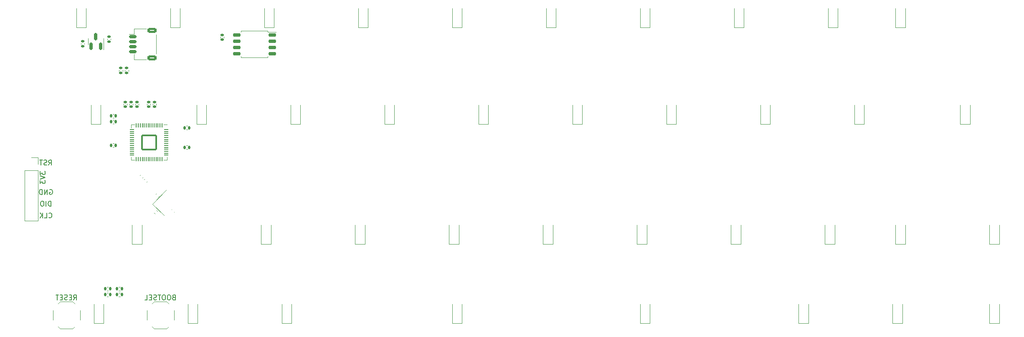
<source format=gbo>
%TF.GenerationSoftware,KiCad,Pcbnew,7.0.6*%
%TF.CreationDate,2023-09-25T18:19:59-04:00*%
%TF.ProjectId,cutiepie2040-dual-stagger-hotswap-pcb,63757469-6570-4696-9532-3034302d6475,rev?*%
%TF.SameCoordinates,PX2d6b3a0PY6f46b48*%
%TF.FileFunction,Legend,Bot*%
%TF.FilePolarity,Positive*%
%FSLAX46Y46*%
G04 Gerber Fmt 4.6, Leading zero omitted, Abs format (unit mm)*
G04 Created by KiCad (PCBNEW 7.0.6) date 2023-09-25 18:19:59*
%MOMM*%
%LPD*%
G01*
G04 APERTURE LIST*
G04 Aperture macros list*
%AMRoundRect*
0 Rectangle with rounded corners*
0 $1 Rounding radius*
0 $2 $3 $4 $5 $6 $7 $8 $9 X,Y pos of 4 corners*
0 Add a 4 corners polygon primitive as box body*
4,1,4,$2,$3,$4,$5,$6,$7,$8,$9,$2,$3,0*
0 Add four circle primitives for the rounded corners*
1,1,$1+$1,$2,$3*
1,1,$1+$1,$4,$5*
1,1,$1+$1,$6,$7*
1,1,$1+$1,$8,$9*
0 Add four rect primitives between the rounded corners*
20,1,$1+$1,$2,$3,$4,$5,0*
20,1,$1+$1,$4,$5,$6,$7,0*
20,1,$1+$1,$6,$7,$8,$9,0*
20,1,$1+$1,$8,$9,$2,$3,0*%
%AMRotRect*
0 Rectangle, with rotation*
0 The origin of the aperture is its center*
0 $1 length*
0 $2 width*
0 $3 Rotation angle, in degrees counterclockwise*
0 Add horizontal line*
21,1,$1,$2,0,0,$3*%
G04 Aperture macros list end*
%ADD10C,0.150000*%
%ADD11C,0.120000*%
%ADD12C,1.750000*%
%ADD13C,3.000000*%
%ADD14C,3.987800*%
%ADD15R,2.550000X2.500000*%
%ADD16RoundRect,0.140000X0.170000X-0.140000X0.170000X0.140000X-0.170000X0.140000X-0.170000X-0.140000X0*%
%ADD17R,1.200000X0.900000*%
%ADD18RoundRect,0.140000X0.021213X-0.219203X0.219203X-0.021213X-0.021213X0.219203X-0.219203X0.021213X0*%
%ADD19R,1.700000X1.000000*%
%ADD20RoundRect,0.135000X0.035355X-0.226274X0.226274X-0.035355X-0.035355X0.226274X-0.226274X0.035355X0*%
%ADD21RoundRect,0.135000X-0.135000X-0.185000X0.135000X-0.185000X0.135000X0.185000X-0.135000X0.185000X0*%
%ADD22RoundRect,0.135000X0.135000X0.185000X-0.135000X0.185000X-0.135000X-0.185000X0.135000X-0.185000X0*%
%ADD23C,3.048000*%
%ADD24R,2.550000X2.250000*%
%ADD25RoundRect,0.140000X-0.140000X-0.170000X0.140000X-0.170000X0.140000X0.170000X-0.140000X0.170000X0*%
%ADD26RoundRect,0.140000X0.140000X0.170000X-0.140000X0.170000X-0.140000X-0.170000X0.140000X-0.170000X0*%
%ADD27RoundRect,0.135000X-0.185000X0.135000X-0.185000X-0.135000X0.185000X-0.135000X0.185000X0.135000X0*%
%ADD28R,2.550000X2.150000*%
%ADD29RoundRect,0.140000X-0.021213X0.219203X-0.219203X0.021213X0.021213X-0.219203X0.219203X-0.021213X0*%
%ADD30RoundRect,0.140000X-0.170000X0.140000X-0.170000X-0.140000X0.170000X-0.140000X0.170000X0.140000X0*%
%ADD31RoundRect,0.150000X0.150000X-0.587500X0.150000X0.587500X-0.150000X0.587500X-0.150000X-0.587500X0*%
%ADD32RoundRect,0.150000X0.650000X0.150000X-0.650000X0.150000X-0.650000X-0.150000X0.650000X-0.150000X0*%
%ADD33RoundRect,0.050000X0.387500X0.050000X-0.387500X0.050000X-0.387500X-0.050000X0.387500X-0.050000X0*%
%ADD34RoundRect,0.050000X0.050000X0.387500X-0.050000X0.387500X-0.050000X-0.387500X0.050000X-0.387500X0*%
%ADD35RoundRect,0.144000X1.456000X1.456000X-1.456000X1.456000X-1.456000X-1.456000X1.456000X-1.456000X0*%
%ADD36R,1.700000X1.700000*%
%ADD37O,1.700000X1.700000*%
%ADD38RoundRect,0.140000X0.219203X0.021213X0.021213X0.219203X-0.219203X-0.021213X-0.021213X-0.219203X0*%
%ADD39RoundRect,0.150000X-0.625000X0.150000X-0.625000X-0.150000X0.625000X-0.150000X0.625000X0.150000X0*%
%ADD40RoundRect,0.229167X-0.670833X0.320833X-0.670833X-0.320833X0.670833X-0.320833X0.670833X0.320833X0*%
%ADD41RotRect,1.400000X1.200000X45.000000*%
G04 APERTURE END LIST*
D10*
X4217331Y36957071D02*
X4217331Y36338024D01*
X4217331Y36338024D02*
X4598283Y36671357D01*
X4598283Y36671357D02*
X4598283Y36528500D01*
X4598283Y36528500D02*
X4645902Y36433262D01*
X4645902Y36433262D02*
X4693521Y36385643D01*
X4693521Y36385643D02*
X4788759Y36338024D01*
X4788759Y36338024D02*
X5026854Y36338024D01*
X5026854Y36338024D02*
X5122092Y36385643D01*
X5122092Y36385643D02*
X5169712Y36433262D01*
X5169712Y36433262D02*
X5217331Y36528500D01*
X5217331Y36528500D02*
X5217331Y36814214D01*
X5217331Y36814214D02*
X5169712Y36909452D01*
X5169712Y36909452D02*
X5122092Y36957071D01*
X4217331Y36052309D02*
X5217331Y35718976D01*
X5217331Y35718976D02*
X4217331Y35385643D01*
X4217331Y35147547D02*
X4217331Y34528500D01*
X4217331Y34528500D02*
X4598283Y34861833D01*
X4598283Y34861833D02*
X4598283Y34718976D01*
X4598283Y34718976D02*
X4645902Y34623738D01*
X4645902Y34623738D02*
X4693521Y34576119D01*
X4693521Y34576119D02*
X4788759Y34528500D01*
X4788759Y34528500D02*
X5026854Y34528500D01*
X5026854Y34528500D02*
X5122092Y34576119D01*
X5122092Y34576119D02*
X5169712Y34623738D01*
X5169712Y34623738D02*
X5217331Y34718976D01*
X5217331Y34718976D02*
X5217331Y35004690D01*
X5217331Y35004690D02*
X5169712Y35099928D01*
X5169712Y35099928D02*
X5122092Y35147547D01*
X5905356Y38240722D02*
X6238689Y38716913D01*
X6476784Y38240722D02*
X6476784Y39240722D01*
X6476784Y39240722D02*
X6095832Y39240722D01*
X6095832Y39240722D02*
X6000594Y39193103D01*
X6000594Y39193103D02*
X5952975Y39145484D01*
X5952975Y39145484D02*
X5905356Y39050246D01*
X5905356Y39050246D02*
X5905356Y38907389D01*
X5905356Y38907389D02*
X5952975Y38812151D01*
X5952975Y38812151D02*
X6000594Y38764532D01*
X6000594Y38764532D02*
X6095832Y38716913D01*
X6095832Y38716913D02*
X6476784Y38716913D01*
X5524403Y38288341D02*
X5381546Y38240722D01*
X5381546Y38240722D02*
X5143451Y38240722D01*
X5143451Y38240722D02*
X5048213Y38288341D01*
X5048213Y38288341D02*
X5000594Y38335961D01*
X5000594Y38335961D02*
X4952975Y38431199D01*
X4952975Y38431199D02*
X4952975Y38526437D01*
X4952975Y38526437D02*
X5000594Y38621675D01*
X5000594Y38621675D02*
X5048213Y38669294D01*
X5048213Y38669294D02*
X5143451Y38716913D01*
X5143451Y38716913D02*
X5333927Y38764532D01*
X5333927Y38764532D02*
X5429165Y38812151D01*
X5429165Y38812151D02*
X5476784Y38859770D01*
X5476784Y38859770D02*
X5524403Y38955008D01*
X5524403Y38955008D02*
X5524403Y39050246D01*
X5524403Y39050246D02*
X5476784Y39145484D01*
X5476784Y39145484D02*
X5429165Y39193103D01*
X5429165Y39193103D02*
X5333927Y39240722D01*
X5333927Y39240722D02*
X5095832Y39240722D01*
X5095832Y39240722D02*
X4952975Y39193103D01*
X4667260Y39240722D02*
X4095832Y39240722D01*
X4381546Y38240722D02*
X4381546Y39240722D01*
X6119641Y33239973D02*
X6214879Y33287592D01*
X6214879Y33287592D02*
X6357736Y33287592D01*
X6357736Y33287592D02*
X6500593Y33239973D01*
X6500593Y33239973D02*
X6595831Y33144735D01*
X6595831Y33144735D02*
X6643450Y33049497D01*
X6643450Y33049497D02*
X6691069Y32859021D01*
X6691069Y32859021D02*
X6691069Y32716164D01*
X6691069Y32716164D02*
X6643450Y32525688D01*
X6643450Y32525688D02*
X6595831Y32430450D01*
X6595831Y32430450D02*
X6500593Y32335211D01*
X6500593Y32335211D02*
X6357736Y32287592D01*
X6357736Y32287592D02*
X6262498Y32287592D01*
X6262498Y32287592D02*
X6119641Y32335211D01*
X6119641Y32335211D02*
X6072022Y32382831D01*
X6072022Y32382831D02*
X6072022Y32716164D01*
X6072022Y32716164D02*
X6262498Y32716164D01*
X5643450Y32287592D02*
X5643450Y33287592D01*
X5643450Y33287592D02*
X5072022Y32287592D01*
X5072022Y32287592D02*
X5072022Y33287592D01*
X4595831Y32287592D02*
X4595831Y33287592D01*
X4595831Y33287592D02*
X4357736Y33287592D01*
X4357736Y33287592D02*
X4214879Y33239973D01*
X4214879Y33239973D02*
X4119641Y33144735D01*
X4119641Y33144735D02*
X4072022Y33049497D01*
X4072022Y33049497D02*
X4024403Y32859021D01*
X4024403Y32859021D02*
X4024403Y32716164D01*
X4024403Y32716164D02*
X4072022Y32525688D01*
X4072022Y32525688D02*
X4119641Y32430450D01*
X4119641Y32430450D02*
X4214879Y32335211D01*
X4214879Y32335211D02*
X4357736Y32287592D01*
X4357736Y32287592D02*
X4595831Y32287592D01*
X5952975Y27620327D02*
X6000594Y27572707D01*
X6000594Y27572707D02*
X6143451Y27525088D01*
X6143451Y27525088D02*
X6238689Y27525088D01*
X6238689Y27525088D02*
X6381546Y27572707D01*
X6381546Y27572707D02*
X6476784Y27667946D01*
X6476784Y27667946D02*
X6524403Y27763184D01*
X6524403Y27763184D02*
X6572022Y27953660D01*
X6572022Y27953660D02*
X6572022Y28096517D01*
X6572022Y28096517D02*
X6524403Y28286993D01*
X6524403Y28286993D02*
X6476784Y28382231D01*
X6476784Y28382231D02*
X6381546Y28477469D01*
X6381546Y28477469D02*
X6238689Y28525088D01*
X6238689Y28525088D02*
X6143451Y28525088D01*
X6143451Y28525088D02*
X6000594Y28477469D01*
X6000594Y28477469D02*
X5952975Y28429850D01*
X5048213Y27525088D02*
X5524403Y27525088D01*
X5524403Y27525088D02*
X5524403Y28525088D01*
X4714879Y27525088D02*
X4714879Y28525088D01*
X4143451Y27525088D02*
X4572022Y28096517D01*
X4143451Y28525088D02*
X4714879Y27953660D01*
X6381545Y29906340D02*
X6381545Y30906340D01*
X6381545Y30906340D02*
X6143450Y30906340D01*
X6143450Y30906340D02*
X6000593Y30858721D01*
X6000593Y30858721D02*
X5905355Y30763483D01*
X5905355Y30763483D02*
X5857736Y30668245D01*
X5857736Y30668245D02*
X5810117Y30477769D01*
X5810117Y30477769D02*
X5810117Y30334912D01*
X5810117Y30334912D02*
X5857736Y30144436D01*
X5857736Y30144436D02*
X5905355Y30049198D01*
X5905355Y30049198D02*
X6000593Y29953959D01*
X6000593Y29953959D02*
X6143450Y29906340D01*
X6143450Y29906340D02*
X6381545Y29906340D01*
X5381545Y29906340D02*
X5381545Y30906340D01*
X4714879Y30906340D02*
X4524403Y30906340D01*
X4524403Y30906340D02*
X4429165Y30858721D01*
X4429165Y30858721D02*
X4333927Y30763483D01*
X4333927Y30763483D02*
X4286308Y30573007D01*
X4286308Y30573007D02*
X4286308Y30239674D01*
X4286308Y30239674D02*
X4333927Y30049198D01*
X4333927Y30049198D02*
X4429165Y29953959D01*
X4429165Y29953959D02*
X4524403Y29906340D01*
X4524403Y29906340D02*
X4714879Y29906340D01*
X4714879Y29906340D02*
X4810117Y29953959D01*
X4810117Y29953959D02*
X4905355Y30049198D01*
X4905355Y30049198D02*
X4952974Y30239674D01*
X4952974Y30239674D02*
X4952974Y30573007D01*
X4952974Y30573007D02*
X4905355Y30763483D01*
X4905355Y30763483D02*
X4810117Y30858721D01*
X4810117Y30858721D02*
X4714879Y30906340D01*
X10977309Y10856324D02*
X11310642Y11332515D01*
X11548737Y10856324D02*
X11548737Y11856324D01*
X11548737Y11856324D02*
X11167785Y11856324D01*
X11167785Y11856324D02*
X11072547Y11808705D01*
X11072547Y11808705D02*
X11024928Y11761086D01*
X11024928Y11761086D02*
X10977309Y11665848D01*
X10977309Y11665848D02*
X10977309Y11522991D01*
X10977309Y11522991D02*
X11024928Y11427753D01*
X11024928Y11427753D02*
X11072547Y11380134D01*
X11072547Y11380134D02*
X11167785Y11332515D01*
X11167785Y11332515D02*
X11548737Y11332515D01*
X10548737Y11380134D02*
X10215404Y11380134D01*
X10072547Y10856324D02*
X10548737Y10856324D01*
X10548737Y10856324D02*
X10548737Y11856324D01*
X10548737Y11856324D02*
X10072547Y11856324D01*
X9691594Y10903943D02*
X9548737Y10856324D01*
X9548737Y10856324D02*
X9310642Y10856324D01*
X9310642Y10856324D02*
X9215404Y10903943D01*
X9215404Y10903943D02*
X9167785Y10951563D01*
X9167785Y10951563D02*
X9120166Y11046801D01*
X9120166Y11046801D02*
X9120166Y11142039D01*
X9120166Y11142039D02*
X9167785Y11237277D01*
X9167785Y11237277D02*
X9215404Y11284896D01*
X9215404Y11284896D02*
X9310642Y11332515D01*
X9310642Y11332515D02*
X9501118Y11380134D01*
X9501118Y11380134D02*
X9596356Y11427753D01*
X9596356Y11427753D02*
X9643975Y11475372D01*
X9643975Y11475372D02*
X9691594Y11570610D01*
X9691594Y11570610D02*
X9691594Y11665848D01*
X9691594Y11665848D02*
X9643975Y11761086D01*
X9643975Y11761086D02*
X9596356Y11808705D01*
X9596356Y11808705D02*
X9501118Y11856324D01*
X9501118Y11856324D02*
X9263023Y11856324D01*
X9263023Y11856324D02*
X9120166Y11808705D01*
X8691594Y11380134D02*
X8358261Y11380134D01*
X8215404Y10856324D02*
X8691594Y10856324D01*
X8691594Y10856324D02*
X8691594Y11856324D01*
X8691594Y11856324D02*
X8215404Y11856324D01*
X7929689Y11856324D02*
X7358261Y11856324D01*
X7643975Y10856324D02*
X7643975Y11856324D01*
X31265420Y11380134D02*
X31122563Y11332515D01*
X31122563Y11332515D02*
X31074944Y11284896D01*
X31074944Y11284896D02*
X31027325Y11189658D01*
X31027325Y11189658D02*
X31027325Y11046801D01*
X31027325Y11046801D02*
X31074944Y10951563D01*
X31074944Y10951563D02*
X31122563Y10903943D01*
X31122563Y10903943D02*
X31217801Y10856324D01*
X31217801Y10856324D02*
X31598753Y10856324D01*
X31598753Y10856324D02*
X31598753Y11856324D01*
X31598753Y11856324D02*
X31265420Y11856324D01*
X31265420Y11856324D02*
X31170182Y11808705D01*
X31170182Y11808705D02*
X31122563Y11761086D01*
X31122563Y11761086D02*
X31074944Y11665848D01*
X31074944Y11665848D02*
X31074944Y11570610D01*
X31074944Y11570610D02*
X31122563Y11475372D01*
X31122563Y11475372D02*
X31170182Y11427753D01*
X31170182Y11427753D02*
X31265420Y11380134D01*
X31265420Y11380134D02*
X31598753Y11380134D01*
X30408277Y11856324D02*
X30217801Y11856324D01*
X30217801Y11856324D02*
X30122563Y11808705D01*
X30122563Y11808705D02*
X30027325Y11713467D01*
X30027325Y11713467D02*
X29979706Y11522991D01*
X29979706Y11522991D02*
X29979706Y11189658D01*
X29979706Y11189658D02*
X30027325Y10999182D01*
X30027325Y10999182D02*
X30122563Y10903943D01*
X30122563Y10903943D02*
X30217801Y10856324D01*
X30217801Y10856324D02*
X30408277Y10856324D01*
X30408277Y10856324D02*
X30503515Y10903943D01*
X30503515Y10903943D02*
X30598753Y10999182D01*
X30598753Y10999182D02*
X30646372Y11189658D01*
X30646372Y11189658D02*
X30646372Y11522991D01*
X30646372Y11522991D02*
X30598753Y11713467D01*
X30598753Y11713467D02*
X30503515Y11808705D01*
X30503515Y11808705D02*
X30408277Y11856324D01*
X29360658Y11856324D02*
X29170182Y11856324D01*
X29170182Y11856324D02*
X29074944Y11808705D01*
X29074944Y11808705D02*
X28979706Y11713467D01*
X28979706Y11713467D02*
X28932087Y11522991D01*
X28932087Y11522991D02*
X28932087Y11189658D01*
X28932087Y11189658D02*
X28979706Y10999182D01*
X28979706Y10999182D02*
X29074944Y10903943D01*
X29074944Y10903943D02*
X29170182Y10856324D01*
X29170182Y10856324D02*
X29360658Y10856324D01*
X29360658Y10856324D02*
X29455896Y10903943D01*
X29455896Y10903943D02*
X29551134Y10999182D01*
X29551134Y10999182D02*
X29598753Y11189658D01*
X29598753Y11189658D02*
X29598753Y11522991D01*
X29598753Y11522991D02*
X29551134Y11713467D01*
X29551134Y11713467D02*
X29455896Y11808705D01*
X29455896Y11808705D02*
X29360658Y11856324D01*
X28646372Y11856324D02*
X28074944Y11856324D01*
X28360658Y10856324D02*
X28360658Y11856324D01*
X27789229Y10903943D02*
X27646372Y10856324D01*
X27646372Y10856324D02*
X27408277Y10856324D01*
X27408277Y10856324D02*
X27313039Y10903943D01*
X27313039Y10903943D02*
X27265420Y10951563D01*
X27265420Y10951563D02*
X27217801Y11046801D01*
X27217801Y11046801D02*
X27217801Y11142039D01*
X27217801Y11142039D02*
X27265420Y11237277D01*
X27265420Y11237277D02*
X27313039Y11284896D01*
X27313039Y11284896D02*
X27408277Y11332515D01*
X27408277Y11332515D02*
X27598753Y11380134D01*
X27598753Y11380134D02*
X27693991Y11427753D01*
X27693991Y11427753D02*
X27741610Y11475372D01*
X27741610Y11475372D02*
X27789229Y11570610D01*
X27789229Y11570610D02*
X27789229Y11665848D01*
X27789229Y11665848D02*
X27741610Y11761086D01*
X27741610Y11761086D02*
X27693991Y11808705D01*
X27693991Y11808705D02*
X27598753Y11856324D01*
X27598753Y11856324D02*
X27360658Y11856324D01*
X27360658Y11856324D02*
X27217801Y11808705D01*
X26789229Y11380134D02*
X26455896Y11380134D01*
X26313039Y10856324D02*
X26789229Y10856324D01*
X26789229Y10856324D02*
X26789229Y11856324D01*
X26789229Y11856324D02*
X26313039Y11856324D01*
X25408277Y10856324D02*
X25884467Y10856324D01*
X25884467Y10856324D02*
X25884467Y11856324D01*
D11*
%TO.C,C_1V-Decoup2*%
X27024318Y50493965D02*
X27024318Y50709637D01*
X27744318Y50493965D02*
X27744318Y50709637D01*
%TO.C,D6*%
X35909326Y46565862D02*
X35909326Y50465862D01*
X37909326Y46565862D02*
X35909326Y46565862D01*
X37909326Y46565862D02*
X37909326Y50465862D01*
%TO.C,D14*%
X74009358Y46565862D02*
X74009358Y50465862D01*
X76009358Y46565862D02*
X74009358Y46565862D01*
X76009358Y46565862D02*
X76009358Y50465862D01*
%TO.C,C_Crystal1*%
X30805951Y29168275D02*
X30958454Y29320778D01*
X31315068Y28659158D02*
X31467571Y28811661D01*
%TO.C,SW2*%
X12274928Y8739265D02*
X12274928Y6739265D01*
X11224928Y5439265D02*
X10774928Y4989265D01*
X11224928Y10039265D02*
X10774928Y10489265D01*
X10774928Y4989265D02*
X8274928Y4989265D01*
X10774928Y10489265D02*
X8274928Y10489265D01*
X7824928Y5439265D02*
X8274928Y4989265D01*
X7824928Y10039265D02*
X8274928Y10489265D01*
X6774928Y8739265D02*
X6774928Y6739265D01*
%TO.C,D37*%
X196643836Y22158029D02*
X196643836Y26058029D01*
X198643836Y22158029D02*
X196643836Y22158029D01*
X198643836Y22158029D02*
X198643836Y26058029D01*
%TO.C,R_Crystal1*%
X27602290Y32307158D02*
X27819571Y32524439D01*
X28139691Y31769757D02*
X28356972Y31987038D01*
%TO.C,R_Flash2*%
X17705669Y13477082D02*
X18012951Y13477082D01*
X17705669Y12717082D02*
X18012951Y12717082D01*
%TO.C,D17*%
X93059374Y46565862D02*
X93059374Y50465862D01*
X95059374Y46565862D02*
X93059374Y46565862D01*
X95059374Y46565862D02*
X95059374Y50465862D01*
%TO.C,R_Flash1*%
X20394203Y12717082D02*
X20086921Y12717082D01*
X20394203Y13477082D02*
X20086921Y13477082D01*
%TO.C,SW1*%
X25824944Y6739265D02*
X25824944Y8739265D01*
X26874944Y10039265D02*
X27324944Y10489265D01*
X26874944Y5439265D02*
X27324944Y4989265D01*
X27324944Y10489265D02*
X29824944Y10489265D01*
X27324944Y4989265D02*
X29824944Y4989265D01*
X30274944Y10039265D02*
X29824944Y10489265D01*
X30274944Y5439265D02*
X29824944Y4989265D01*
X31324944Y6739265D02*
X31324944Y8739265D01*
%TO.C,R_Flash3*%
X20086920Y12286456D02*
X20394202Y12286456D01*
X20086920Y11526456D02*
X20394202Y11526456D01*
%TO.C,D8*%
X34123387Y6084578D02*
X34123387Y9984578D01*
X36123387Y6084578D02*
X34123387Y6084578D01*
X36123387Y6084578D02*
X36123387Y9984578D01*
%TO.C,D20*%
X106751840Y66211191D02*
X106751840Y70111191D01*
X108751840Y66211191D02*
X106751840Y66211191D01*
X108751840Y66211191D02*
X108751840Y70111191D01*
%TO.C,D15*%
X87106244Y22158029D02*
X87106244Y26058029D01*
X89106244Y22158029D02*
X87106244Y22158029D01*
X89106244Y22158029D02*
X89106244Y26058029D01*
%TO.C,D31*%
X163901621Y66211191D02*
X163901621Y70111191D01*
X165901621Y66211191D02*
X163901621Y66211191D01*
X165901621Y66211191D02*
X165901621Y70111191D01*
%TO.C,C_3V-Decoup2*%
X21071304Y50493854D02*
X21071304Y50709526D01*
X21791304Y50493854D02*
X21791304Y50709526D01*
%TO.C,D13*%
X68651744Y66211191D02*
X68651744Y70111191D01*
X70651744Y66211191D02*
X68651744Y66211191D01*
X70651744Y66211191D02*
X70651744Y70111191D01*
%TO.C,D23*%
X125801589Y6084578D02*
X125801589Y9984578D01*
X127801589Y6084578D02*
X125801589Y6084578D01*
X127801589Y6084578D02*
X127801589Y9984578D01*
%TO.C,C_3V-Decoup7*%
X22261812Y50493854D02*
X22261812Y50709526D01*
X22981812Y50493854D02*
X22981812Y50709526D01*
%TO.C,D32*%
X169259438Y46565862D02*
X169259438Y50465862D01*
X171259438Y46565862D02*
X169259438Y46565862D01*
X171259438Y46565862D02*
X171259438Y50465862D01*
%TO.C,D4*%
X15073371Y6084578D02*
X15073371Y9984578D01*
X17073371Y6084578D02*
X15073371Y6084578D01*
X17073371Y6084578D02*
X17073371Y9984578D01*
%TO.C,C_3V-Decoup9*%
X33824925Y42222608D02*
X34040597Y42222608D01*
X33824925Y41502608D02*
X34040597Y41502608D01*
%TO.C,C_3V-Decoup4*%
X19157772Y41907419D02*
X18942100Y41907419D01*
X19157772Y42627419D02*
X18942100Y42627419D01*
%TO.C,D26*%
X144256292Y22158029D02*
X144256292Y26058029D01*
X146256292Y22158029D02*
X144256292Y22158029D01*
X146256292Y22158029D02*
X146256292Y26058029D01*
%TO.C,D28*%
X150209422Y46565862D02*
X150209422Y50465862D01*
X152209422Y46565862D02*
X150209422Y46565862D01*
X152209422Y46565862D02*
X152209422Y50465862D01*
%TO.C,R_DATA1*%
X22108959Y57601442D02*
X22108959Y57294160D01*
X21348959Y57601442D02*
X21348959Y57294160D01*
%TO.C,C_3V-Decoup8*%
X25929189Y34945356D02*
X25776686Y34792853D01*
X25420072Y35454473D02*
X25267569Y35301970D01*
%TO.C,C_Flash1*%
X41436517Y64338463D02*
X41436517Y64122791D01*
X40716517Y64338463D02*
X40716517Y64122791D01*
%TO.C,D10*%
X54959342Y46565862D02*
X54959342Y50465862D01*
X56959342Y46565862D02*
X54959342Y46565862D01*
X56959342Y46565862D02*
X56959342Y50465862D01*
%TO.C,D35*%
X177593820Y66211191D02*
X177593820Y70111191D01*
X179593820Y66211191D02*
X177593820Y66211191D01*
X179593820Y66211191D02*
X179593820Y70111191D01*
%TO.C,D38*%
X196643836Y6084578D02*
X196643836Y9984578D01*
X198643836Y6084578D02*
X196643836Y6084578D01*
X198643836Y6084578D02*
X198643836Y9984578D01*
%TO.C,D19*%
X87701557Y6084578D02*
X87701557Y9984578D01*
X89701557Y6084578D02*
X87701557Y6084578D01*
X89701557Y6084578D02*
X89701557Y9984578D01*
%TO.C,U3*%
X13918164Y63368127D02*
X13918164Y62718127D01*
X13918164Y63368127D02*
X13918164Y64018127D01*
X17038164Y63368127D02*
X17038164Y61693127D01*
X17038164Y63368127D02*
X17038164Y64018127D01*
%TO.C,D25*%
X131159406Y46565862D02*
X131159406Y50465862D01*
X133159406Y46565862D02*
X131159406Y46565862D01*
X133159406Y46565862D02*
X133159406Y50465862D01*
%TO.C,D11*%
X68056228Y22158029D02*
X68056228Y26058029D01*
X70056228Y22158029D02*
X68056228Y22158029D01*
X70056228Y22158029D02*
X70056228Y26058029D01*
%TO.C,C_1V-Decoup3*%
X25087288Y35787257D02*
X24934785Y35634754D01*
X24578171Y36296374D02*
X24425668Y36143871D01*
%TO.C,D18*%
X106156260Y22158029D02*
X106156260Y26058029D01*
X108156260Y22158029D02*
X106156260Y22158029D01*
X108156260Y22158029D02*
X108156260Y26058029D01*
%TO.C,D34*%
X176998507Y6084578D02*
X176998507Y9984578D01*
X178998507Y6084578D02*
X176998507Y6084578D01*
X178998507Y6084578D02*
X178998507Y9984578D01*
%TO.C,D2*%
X14478058Y46565862D02*
X14478058Y50465862D01*
X16478058Y46565862D02*
X14478058Y46565862D01*
X16478058Y46565862D02*
X16478058Y50465862D01*
%TO.C,D3*%
X22812440Y22158029D02*
X22812440Y26058029D01*
X24812440Y22158029D02*
X22812440Y22158029D01*
X24812440Y22158029D02*
X24812440Y26058029D01*
%TO.C,D29*%
X163306308Y22158029D02*
X163306308Y26058029D01*
X165306308Y22158029D02*
X163306308Y22158029D01*
X165306308Y22158029D02*
X165306308Y26058029D01*
%TO.C,D16*%
X87701792Y66211191D02*
X87701792Y70111191D01*
X89701792Y66211191D02*
X87701792Y66211191D01*
X89701792Y66211191D02*
X89701792Y70111191D01*
%TO.C,C_3V-Decoup6*%
X33824925Y46199297D02*
X34040597Y46199297D01*
X33824925Y45479297D02*
X34040597Y45479297D01*
%TO.C,D30*%
X157948491Y6084578D02*
X157948491Y9984578D01*
X159948491Y6084578D02*
X157948491Y6084578D01*
X159948491Y6084578D02*
X159948491Y9984578D01*
%TO.C,D1*%
X11501493Y66211191D02*
X11501493Y70111191D01*
X13501493Y66211191D02*
X11501493Y66211191D01*
X13501493Y66211191D02*
X13501493Y70111191D01*
%TO.C,C_3V-Decoup1*%
X19157772Y47860549D02*
X18942100Y47860549D01*
X19157772Y48580549D02*
X18942100Y48580549D01*
%TO.C,C_LD1*%
X18517077Y63933463D02*
X18517077Y63717791D01*
X17797077Y63933463D02*
X17797077Y63717791D01*
%TO.C,R_RST1*%
X17705669Y12286456D02*
X18012951Y12286456D01*
X17705669Y11526456D02*
X18012951Y11526456D01*
%TO.C,U2*%
X50349960Y60080627D02*
X50349960Y60340627D01*
X50349960Y65270627D02*
X52024960Y65270627D01*
X50349960Y65530627D02*
X50349960Y65270627D01*
X47624960Y60080627D02*
X50349960Y60080627D01*
X47624960Y60080627D02*
X44899960Y60080627D01*
X47624960Y65530627D02*
X50349960Y65530627D01*
X47624960Y65530627D02*
X44899960Y65530627D01*
X44899960Y60080627D02*
X44899960Y60340627D01*
X44899960Y65530627D02*
X44899960Y65270627D01*
%TO.C,D33*%
X177593820Y22158029D02*
X177593820Y26058029D01*
X179593820Y22158029D02*
X177593820Y22158029D01*
X179593820Y22158029D02*
X179593820Y26058029D01*
%TO.C,D36*%
X190690706Y46565862D02*
X190690706Y50465862D01*
X192690706Y46565862D02*
X190690706Y46565862D01*
X192690706Y46565862D02*
X192690706Y50465862D01*
%TO.C,D7*%
X49006212Y22158029D02*
X49006212Y26058029D01*
X51006212Y22158029D02*
X49006212Y22158029D01*
X51006212Y22158029D02*
X51006212Y26058029D01*
%TO.C,D12*%
X53173403Y6084578D02*
X53173403Y9984578D01*
X55173403Y6084578D02*
X53173403Y6084578D01*
X55173403Y6084578D02*
X55173403Y9984578D01*
%TO.C,C_1V-Decoup1*%
X23452440Y50493854D02*
X23452440Y50709526D01*
X24172440Y50493854D02*
X24172440Y50709526D01*
%TO.C,C_3V-Decoup3*%
X25833692Y50493965D02*
X25833692Y50709637D01*
X26553692Y50493965D02*
X26553692Y50709637D01*
%TO.C,D22*%
X125206276Y22158029D02*
X125206276Y26058029D01*
X127206276Y22158029D02*
X125206276Y22158029D01*
X127206276Y22158029D02*
X127206276Y26058029D01*
%TO.C,U1*%
X29888188Y39252608D02*
X29888188Y39902608D01*
X29238188Y39252608D02*
X29888188Y39252608D01*
X29238188Y46472608D02*
X29888188Y46472608D01*
X23318188Y39252608D02*
X22668188Y39252608D01*
X23318188Y46472608D02*
X22668188Y46472608D01*
X22668188Y39252608D02*
X22668188Y39902608D01*
X22668188Y46472608D02*
X22668188Y45822608D01*
%TO.C,J2*%
X3711172Y26927724D02*
X1051172Y26927724D01*
X3711172Y37147724D02*
X3711172Y26927724D01*
X3711172Y37147724D02*
X1051172Y37147724D01*
X3711172Y38417724D02*
X3711172Y39747724D01*
X3711172Y39747724D02*
X2381172Y39747724D01*
X1051172Y37147724D02*
X1051172Y26927724D01*
%TO.C,D27*%
X144851605Y66211191D02*
X144851605Y70111191D01*
X146851605Y66211191D02*
X144851605Y66211191D01*
X146851605Y66211191D02*
X146851605Y70111191D01*
%TO.C,C_Crystal2*%
X27461913Y28367144D02*
X27309410Y28519647D01*
X27971030Y28876261D02*
X27818527Y29028764D01*
%TO.C,D9*%
X49601525Y66211191D02*
X49601525Y70111191D01*
X51601525Y66211191D02*
X49601525Y66211191D01*
X51601525Y66211191D02*
X51601525Y70111191D01*
%TO.C,D24*%
X125801589Y66211191D02*
X125801589Y70111191D01*
X127801589Y66211191D02*
X125801589Y66211191D01*
X127801589Y66211191D02*
X127801589Y70111191D01*
%TO.C,C_3V-Decoup5*%
X19157772Y46669923D02*
X18942100Y46669923D01*
X19157772Y47389923D02*
X18942100Y47389923D01*
%TO.C,R_DATA2*%
X20918333Y57601442D02*
X20918333Y57294160D01*
X20158333Y57601442D02*
X20158333Y57294160D01*
%TO.C,C_LD2*%
X12439251Y62802791D02*
X12439251Y63018463D01*
X13159251Y62802791D02*
X13159251Y63018463D01*
%TO.C,J1*%
X25718188Y65915627D02*
X23218188Y65915627D01*
X23218188Y65915627D02*
X23218188Y64865627D01*
X23218188Y64865627D02*
X22228188Y64865627D01*
X27688188Y64745627D02*
X27688188Y60865627D01*
X25718188Y59695627D02*
X23218188Y59695627D01*
X23218188Y59695627D02*
X23218188Y60745627D01*
%TO.C,D21*%
X112109390Y46565862D02*
X112109390Y50465862D01*
X114109390Y46565862D02*
X112109390Y46565862D01*
X114109390Y46565862D02*
X114109390Y50465862D01*
%TO.C,Y1*%
X26953558Y30344744D02*
X29781985Y33173171D01*
X29287011Y28011291D02*
X26953558Y30344744D01*
%TO.C,D5*%
X30551509Y66211191D02*
X30551509Y70111191D01*
X32551509Y66211191D02*
X30551509Y66211191D01*
X32551509Y66211191D02*
X32551509Y70111191D01*
%TD*%
%LPC*%
D12*
%TO.C,MX49*%
X183038828Y61912748D03*
D13*
X184308828Y64452748D03*
D14*
X188118828Y61912748D03*
D13*
X190658828Y66992748D03*
D12*
X193198828Y61912748D03*
D15*
X181033828Y64452748D03*
X193960828Y66992748D03*
%TD*%
%TO.C,MX35*%
X191579380Y76517794D03*
X178652380Y73977794D03*
D12*
X180657380Y71437794D03*
D13*
X181927380Y73977794D03*
D14*
X185737380Y71437794D03*
D13*
X188277380Y76517794D03*
D12*
X190817380Y71437794D03*
%TD*%
D16*
%TO.C,C_1V-Decoup2*%
X27384318Y50121801D03*
X27384318Y51081801D03*
%TD*%
D12*
%TO.C,MX4*%
X14604880Y14287794D03*
D13*
X12064880Y19367794D03*
D14*
X9524880Y14287794D03*
D13*
X5714880Y16827794D03*
D12*
X4444880Y14287794D03*
D15*
X2439880Y16827794D03*
X15366880Y19367794D03*
%TD*%
D12*
%TO.C,MX1*%
X14604880Y71437794D03*
D13*
X12064880Y76517794D03*
D14*
X9524880Y71437794D03*
D13*
X5714880Y73977794D03*
D12*
X4444880Y71437794D03*
D15*
X2439880Y73977794D03*
X15366880Y76517794D03*
%TD*%
D17*
%TO.C,D6*%
X36909326Y47165862D03*
X36909326Y50465862D03*
%TD*%
%TO.C,D14*%
X75009358Y47165862D03*
X75009358Y50465862D03*
%TD*%
D18*
%TO.C,C_Crystal1*%
X30797350Y28650557D03*
X31476172Y29329379D03*
%TD*%
D19*
%TO.C,SW2*%
X12674928Y9639265D03*
X6374928Y9639265D03*
X12674928Y5839265D03*
X6374928Y5839265D03*
%TD*%
D12*
%TO.C,MX22*%
X119379880Y33337794D03*
D13*
X116839880Y38417794D03*
D14*
X114299880Y33337794D03*
D13*
X110489880Y35877794D03*
D12*
X109219880Y33337794D03*
D15*
X107214880Y35877794D03*
X120141880Y38417794D03*
%TD*%
D17*
%TO.C,D37*%
X197643836Y22758029D03*
X197643836Y26058029D03*
%TD*%
D20*
%TO.C,R_Crystal1*%
X27619007Y31786474D03*
X28340255Y32507722D03*
%TD*%
D12*
%TO.C,MX17*%
X95567380Y52387794D03*
D13*
X93027380Y57467794D03*
D14*
X90487380Y52387794D03*
D13*
X86677380Y54927794D03*
D12*
X85407380Y52387794D03*
D15*
X83402380Y54927794D03*
X96329380Y57467794D03*
%TD*%
D12*
%TO.C,MX43*%
X75882434Y33337674D03*
D13*
X78422434Y28257674D03*
D14*
X80962434Y33337674D03*
D13*
X84772434Y30797674D03*
D12*
X86042434Y33337674D03*
D15*
X75120434Y28257674D03*
X88047434Y30797674D03*
%TD*%
D12*
%TO.C,MX2*%
X16986130Y52387794D03*
D13*
X14446130Y57467794D03*
D14*
X11906130Y52387794D03*
D13*
X8096130Y54927794D03*
D12*
X6826130Y52387794D03*
D15*
X4821130Y54927794D03*
X17748130Y57467794D03*
%TD*%
D12*
%TO.C,MX11*%
X62229880Y33337794D03*
D13*
X59689880Y38417794D03*
D14*
X57149880Y33337794D03*
D13*
X53339880Y35877794D03*
D12*
X52069880Y33337794D03*
D15*
X50064880Y35877794D03*
X62991880Y38417794D03*
%TD*%
D21*
%TO.C,R_Flash2*%
X17349310Y13097082D03*
X18369310Y13097082D03*
%TD*%
D12*
%TO.C,MX10*%
X57467380Y52387794D03*
D13*
X54927380Y57467794D03*
D14*
X52387380Y52387794D03*
D13*
X48577380Y54927794D03*
D12*
X47307380Y52387794D03*
D15*
X45302380Y54927794D03*
X58229380Y57467794D03*
%TD*%
D12*
%TO.C,MX18*%
X100329880Y33337794D03*
D13*
X97789880Y38417794D03*
D14*
X95249880Y33337794D03*
D13*
X91439880Y35877794D03*
D12*
X90169880Y33337794D03*
D15*
X88164880Y35877794D03*
X101091880Y38417794D03*
%TD*%
D17*
%TO.C,D17*%
X94059374Y47165862D03*
X94059374Y50465862D03*
%TD*%
D12*
%TO.C,MX30*%
X157479880Y14287794D03*
D13*
X154939880Y19367794D03*
D14*
X152399880Y14287794D03*
D13*
X148589880Y16827794D03*
D12*
X147319880Y14287794D03*
D15*
X145314880Y16827794D03*
X158241880Y19367794D03*
%TD*%
D22*
%TO.C,R_Flash1*%
X20750562Y13097082D03*
X19730562Y13097082D03*
%TD*%
D19*
%TO.C,SW1*%
X25424944Y5839265D03*
X31724944Y5839265D03*
X25424944Y9639265D03*
X31724944Y9639265D03*
%TD*%
D21*
%TO.C,R_Flash3*%
X19730561Y11906456D03*
X20750561Y11906456D03*
%TD*%
D17*
%TO.C,D8*%
X35123387Y6684578D03*
X35123387Y9984578D03*
%TD*%
%TO.C,D20*%
X107751840Y66811191D03*
X107751840Y70111191D03*
%TD*%
%TO.C,D15*%
X88106244Y22758029D03*
X88106244Y26058029D03*
%TD*%
%TO.C,D31*%
X164901621Y66811191D03*
X164901621Y70111191D03*
%TD*%
D16*
%TO.C,C_3V-Decoup2*%
X21431304Y50121690D03*
X21431304Y51081690D03*
%TD*%
D23*
%TO.C,MX23*%
X131000380Y2540024D03*
D14*
X131000380Y17780024D03*
D12*
X124142380Y9525024D03*
D13*
X121602380Y14605024D03*
D14*
X119062380Y9525024D03*
D13*
X115252380Y12065024D03*
D12*
X113982380Y9525024D03*
D23*
X107124380Y2540024D03*
D14*
X107124380Y17780024D03*
D15*
X111977380Y12065024D03*
X124904380Y14605024D03*
%TD*%
D17*
%TO.C,D13*%
X69651744Y66811191D03*
X69651744Y70111191D03*
%TD*%
D12*
%TO.C,MX46*%
X133032434Y33337724D03*
D13*
X135572434Y28257724D03*
D14*
X138112434Y33337724D03*
D13*
X141922434Y30797724D03*
D12*
X143192434Y33337724D03*
D15*
X132270434Y28257724D03*
X145197434Y30797724D03*
%TD*%
D17*
%TO.C,D23*%
X126801589Y6684578D03*
X126801589Y9984578D03*
%TD*%
D12*
%TO.C,MX48*%
X188436184Y33337514D03*
D13*
X185896184Y38417514D03*
D14*
X183356184Y33337514D03*
D13*
X179546184Y35877514D03*
D12*
X178276184Y33337514D03*
D15*
X176271184Y35877514D03*
X189198184Y38417514D03*
%TD*%
D12*
%TO.C,MX33*%
X166369880Y33337794D03*
D13*
X168909880Y28257794D03*
D14*
X171449880Y33337794D03*
D13*
X175259880Y30797794D03*
D12*
X176529880Y33337794D03*
D24*
X165607880Y28257794D03*
D15*
X178534880Y30797794D03*
%TD*%
D16*
%TO.C,C_3V-Decoup7*%
X22621812Y50121690D03*
X22621812Y51081690D03*
%TD*%
D17*
%TO.C,D32*%
X170259438Y47165862D03*
X170259438Y50465862D03*
%TD*%
%TO.C,D4*%
X16073371Y6684578D03*
X16073371Y9984578D03*
%TD*%
D12*
%TO.C,MX13*%
X71754880Y71437794D03*
D13*
X69214880Y76517794D03*
D14*
X66674880Y71437794D03*
D13*
X62864880Y73977794D03*
D12*
X61594880Y71437794D03*
D15*
X59589880Y73977794D03*
X72516880Y76517794D03*
%TD*%
D25*
%TO.C,C_3V-Decoup9*%
X33452761Y41862608D03*
X34412761Y41862608D03*
%TD*%
D26*
%TO.C,C_3V-Decoup4*%
X19529936Y42267419D03*
X18569936Y42267419D03*
%TD*%
D17*
%TO.C,D26*%
X145256292Y22758029D03*
X145256292Y26058029D03*
%TD*%
D12*
%TO.C,MX29*%
X157479880Y33337794D03*
D13*
X154939880Y38417794D03*
D14*
X152399880Y33337794D03*
D13*
X148589880Y35877794D03*
D12*
X147319880Y33337794D03*
D15*
X145314880Y35877794D03*
X158241880Y38417794D03*
%TD*%
D17*
%TO.C,D28*%
X151209422Y47165862D03*
X151209422Y50465862D03*
%TD*%
D12*
%TO.C,MX15*%
X81279880Y33337794D03*
D13*
X78739880Y38417794D03*
D14*
X76199880Y33337794D03*
D13*
X72389880Y35877794D03*
D12*
X71119880Y33337794D03*
D15*
X69114880Y35877794D03*
X82041880Y38417794D03*
%TD*%
D27*
%TO.C,R_DATA1*%
X21728959Y57957801D03*
X21728959Y56937802D03*
%TD*%
D12*
%TO.C,MX41*%
X37782434Y33337724D03*
D13*
X40322434Y28257724D03*
D14*
X42862434Y33337724D03*
D13*
X46672434Y30797724D03*
D12*
X47942434Y33337724D03*
D15*
X37020434Y28257724D03*
X49947434Y30797724D03*
%TD*%
D23*
%TO.C,MX39*%
X128587380Y2540024D03*
D14*
X128587380Y17780024D03*
D12*
X105092380Y9525024D03*
D13*
X102552380Y14605024D03*
D14*
X100012380Y9525024D03*
D13*
X96202380Y12065024D03*
D12*
X94932380Y9525024D03*
D23*
X71437380Y2540024D03*
D14*
X71437380Y17780024D03*
D15*
X92927380Y12065024D03*
D28*
X105854380Y14430024D03*
%TD*%
D12*
%TO.C,MX14*%
X76517380Y52387794D03*
D13*
X73977380Y57467794D03*
D14*
X71437380Y52387794D03*
D13*
X67627380Y54927794D03*
D12*
X66357380Y52387794D03*
D15*
X64352380Y54927794D03*
X77279380Y57467794D03*
%TD*%
D12*
%TO.C,MX16*%
X90804880Y71437794D03*
D13*
X88264880Y76517794D03*
D14*
X85724880Y71437794D03*
D13*
X81914880Y73977794D03*
D12*
X80644880Y71437794D03*
D15*
X78639880Y73977794D03*
X91566880Y76517794D03*
%TD*%
D12*
%TO.C,MX5*%
X33654880Y71437794D03*
D13*
X31114880Y76517794D03*
D14*
X28574880Y71437794D03*
D13*
X24764880Y73977794D03*
D12*
X23494880Y71437794D03*
D15*
X21489880Y73977794D03*
X34416880Y76517794D03*
%TD*%
D29*
%TO.C,C_3V-Decoup8*%
X25937790Y35463074D03*
X25258968Y34784252D03*
%TD*%
D12*
%TO.C,MX40*%
X11588684Y33337724D03*
D13*
X14128684Y28257724D03*
D14*
X16668684Y33337724D03*
D13*
X20478684Y30797724D03*
D12*
X21748684Y33337724D03*
D15*
X10826684Y28257724D03*
X23753684Y30797724D03*
%TD*%
D12*
%TO.C,MX24*%
X128904880Y71437794D03*
D13*
X126364880Y76517794D03*
D14*
X123824880Y71437794D03*
D13*
X120014880Y73977794D03*
D12*
X118744880Y71437794D03*
D15*
X116739880Y73977794D03*
X129666880Y76517794D03*
%TD*%
D30*
%TO.C,C_Flash1*%
X41076517Y64710627D03*
X41076517Y63750627D03*
%TD*%
D12*
%TO.C,MX47*%
X152082434Y33337724D03*
D13*
X154622434Y28257724D03*
D14*
X157162434Y33337724D03*
D13*
X160972434Y30797724D03*
D12*
X162242434Y33337724D03*
D15*
X151320434Y28257724D03*
D24*
X164247434Y30797724D03*
%TD*%
D12*
%TO.C,MX21*%
X114617380Y52387794D03*
D13*
X112077380Y57467794D03*
D14*
X109537380Y52387794D03*
D13*
X105727380Y54927794D03*
D12*
X104457380Y52387794D03*
D15*
X102452380Y54927794D03*
X115379380Y57467794D03*
%TD*%
D12*
%TO.C,MX32*%
X171767380Y52387794D03*
D13*
X169227380Y57467794D03*
D14*
X166687380Y52387794D03*
D13*
X162877380Y54927794D03*
D12*
X161607380Y52387794D03*
D15*
X159602380Y54927794D03*
X172529380Y57467794D03*
%TD*%
D12*
%TO.C,MX38*%
X195579880Y14287794D03*
D13*
X193039880Y19367794D03*
D14*
X190499880Y14287794D03*
D13*
X186689880Y16827794D03*
D12*
X185419880Y14287794D03*
D15*
X183414880Y16827794D03*
X196341880Y19367794D03*
%TD*%
D17*
%TO.C,D10*%
X55959342Y47165862D03*
X55959342Y50465862D03*
%TD*%
D12*
%TO.C,MX20*%
X109854880Y71437794D03*
D13*
X107314880Y76517794D03*
D14*
X104774880Y71437794D03*
D13*
X100964880Y73977794D03*
D12*
X99694880Y71437794D03*
D15*
X97689880Y73977794D03*
X110616880Y76517794D03*
%TD*%
D17*
%TO.C,D35*%
X178593820Y66811191D03*
X178593820Y70111191D03*
%TD*%
D12*
%TO.C,MX6*%
X38417380Y52387794D03*
D13*
X35877380Y57467794D03*
D14*
X33337380Y52387794D03*
D13*
X29527380Y54927794D03*
D12*
X28257380Y52387794D03*
D15*
X26252380Y54927794D03*
X39179380Y57467794D03*
%TD*%
D17*
%TO.C,D38*%
X197643836Y6684578D03*
X197643836Y9984578D03*
%TD*%
%TO.C,D19*%
X88701557Y6684578D03*
X88701557Y9984578D03*
%TD*%
D31*
%TO.C,U3*%
X16428164Y62430627D03*
X14528164Y62430627D03*
X15478164Y64305627D03*
%TD*%
D12*
%TO.C,MX36*%
X193198630Y52387794D03*
D13*
X190658630Y57467794D03*
D14*
X188118630Y52387794D03*
D13*
X184308630Y54927794D03*
D12*
X183038630Y52387794D03*
D15*
X181033630Y54927794D03*
X193960630Y57467794D03*
%TD*%
D17*
%TO.C,D25*%
X132159406Y47165862D03*
X132159406Y50465862D03*
%TD*%
D12*
%TO.C,MX37*%
X185420080Y33337794D03*
D13*
X187960080Y28257794D03*
D14*
X190500080Y33337794D03*
D13*
X194310080Y30797794D03*
D12*
X195580080Y33337794D03*
D15*
X184658080Y28257794D03*
X197585080Y30797794D03*
%TD*%
D12*
%TO.C,MX8*%
X33654880Y14287794D03*
D13*
X31114880Y19367794D03*
D14*
X28574880Y14287794D03*
D13*
X24764880Y16827794D03*
D12*
X23494880Y14287794D03*
D15*
X21489880Y16827794D03*
X34416880Y19367794D03*
%TD*%
D17*
%TO.C,D11*%
X69056228Y22758029D03*
X69056228Y26058029D03*
%TD*%
D29*
%TO.C,C_1V-Decoup3*%
X25095889Y36304975D03*
X24417067Y35626153D03*
%TD*%
D12*
%TO.C,MX26*%
X138429880Y33337794D03*
D13*
X135889880Y38417794D03*
D14*
X133349880Y33337794D03*
D13*
X129539880Y35877794D03*
D12*
X128269880Y33337794D03*
D15*
X126264880Y35877794D03*
X139191880Y38417794D03*
%TD*%
D17*
%TO.C,D18*%
X107156260Y22758029D03*
X107156260Y26058029D03*
%TD*%
D12*
%TO.C,MX9*%
X52704880Y71437794D03*
D13*
X50164880Y76517794D03*
D14*
X47624880Y71437794D03*
D13*
X43814880Y73977794D03*
D12*
X42544880Y71437794D03*
D15*
X40539880Y73977794D03*
X53466880Y76517794D03*
%TD*%
D17*
%TO.C,D34*%
X177998507Y6684578D03*
X177998507Y9984578D03*
%TD*%
%TO.C,D2*%
X15478058Y47165862D03*
X15478058Y50465862D03*
%TD*%
%TO.C,D3*%
X23812440Y22758029D03*
X23812440Y26058029D03*
%TD*%
%TO.C,D29*%
X164306308Y22758029D03*
X164306308Y26058029D03*
%TD*%
D12*
%TO.C,MX44*%
X94932434Y33337724D03*
D13*
X97472434Y28257724D03*
D14*
X100012434Y33337724D03*
D13*
X103822434Y30797724D03*
D12*
X105092434Y33337724D03*
D15*
X94170434Y28257724D03*
X107097434Y30797724D03*
%TD*%
D17*
%TO.C,D16*%
X88701792Y66811191D03*
X88701792Y70111191D03*
%TD*%
D25*
%TO.C,C_3V-Decoup6*%
X33452761Y45839297D03*
X34412761Y45839297D03*
%TD*%
D12*
%TO.C,MX45*%
X113982434Y33337674D03*
D13*
X116522434Y28257674D03*
D14*
X119062434Y33337674D03*
D13*
X122872434Y30797674D03*
D12*
X124142434Y33337674D03*
D15*
X113220434Y28257674D03*
X126147434Y30797674D03*
%TD*%
D17*
%TO.C,D30*%
X158948491Y6684578D03*
X158948491Y9984578D03*
%TD*%
%TO.C,D1*%
X12501493Y66811191D03*
X12501493Y70111191D03*
%TD*%
D26*
%TO.C,C_3V-Decoup1*%
X19529936Y48220549D03*
X18569936Y48220549D03*
%TD*%
D30*
%TO.C,C_LD1*%
X18157077Y64305627D03*
X18157077Y63345627D03*
%TD*%
D12*
%TO.C,MX7*%
X43179880Y33337794D03*
D13*
X40639880Y38417794D03*
D14*
X38099880Y33337794D03*
D13*
X34289880Y35877794D03*
D12*
X33019880Y33337794D03*
D15*
X31014880Y35877794D03*
X43941880Y38417794D03*
%TD*%
D21*
%TO.C,R_RST1*%
X17349310Y11906456D03*
X18369310Y11906456D03*
%TD*%
D12*
%TO.C,MX12*%
X52704880Y14287794D03*
D13*
X50164880Y19367794D03*
D14*
X47624880Y14287794D03*
D13*
X43814880Y16827794D03*
D12*
X42544880Y14287794D03*
D15*
X40539880Y16827794D03*
X53466880Y19367794D03*
%TD*%
D12*
%TO.C,MX3*%
X19367380Y33337794D03*
D13*
X16827380Y38417794D03*
D14*
X14287380Y33337794D03*
D13*
X10477380Y35877794D03*
D12*
X9207380Y33337794D03*
D15*
X7202380Y35877794D03*
X20129380Y38417794D03*
%TD*%
D32*
%TO.C,U2*%
X51224960Y64710627D03*
X51224960Y63440627D03*
X51224960Y62170627D03*
X51224960Y60900627D03*
X44024960Y60900627D03*
X44024960Y62170627D03*
X44024960Y63440627D03*
X44024960Y64710627D03*
%TD*%
D17*
%TO.C,D33*%
X178593820Y22758029D03*
X178593820Y26058029D03*
%TD*%
%TO.C,D36*%
X191690706Y47165862D03*
X191690706Y50465862D03*
%TD*%
%TO.C,D7*%
X50006212Y22758029D03*
X50006212Y26058029D03*
%TD*%
D12*
%TO.C,MX42*%
X56832434Y33337674D03*
D13*
X59372434Y28257674D03*
D14*
X61892651Y33337674D03*
D13*
X65722434Y30797674D03*
D12*
X66992434Y33337674D03*
D15*
X56070434Y28257674D03*
X68997434Y30797674D03*
%TD*%
D17*
%TO.C,D12*%
X54173403Y6684578D03*
X54173403Y9984578D03*
%TD*%
D16*
%TO.C,C_1V-Decoup1*%
X23812440Y50121690D03*
X23812440Y51081690D03*
%TD*%
%TO.C,C_3V-Decoup3*%
X26193692Y50121801D03*
X26193692Y51081801D03*
%TD*%
D12*
%TO.C,MX27*%
X147954880Y71437794D03*
D13*
X145414880Y76517794D03*
D14*
X142874880Y71437794D03*
D13*
X139064880Y73977794D03*
D12*
X137794880Y71437794D03*
D15*
X135789880Y73977794D03*
X148716880Y76517794D03*
%TD*%
D17*
%TO.C,D22*%
X126206276Y22758029D03*
X126206276Y26058029D03*
%TD*%
D33*
%TO.C,U1*%
X29715688Y45462608D03*
X29715688Y45062608D03*
X29715688Y44662608D03*
X29715688Y44262608D03*
X29715688Y43862608D03*
X29715688Y43462608D03*
X29715688Y43062608D03*
X29715688Y42662608D03*
X29715688Y42262608D03*
X29715688Y41862608D03*
X29715688Y41462608D03*
X29715688Y41062608D03*
X29715688Y40662608D03*
X29715688Y40262608D03*
D34*
X28878188Y39425108D03*
X28478188Y39425108D03*
X28078188Y39425108D03*
X27678188Y39425108D03*
X27278188Y39425108D03*
X26878188Y39425108D03*
X26478188Y39425108D03*
X26078188Y39425108D03*
X25678188Y39425108D03*
X25278188Y39425108D03*
X24878188Y39425108D03*
X24478188Y39425108D03*
X24078188Y39425108D03*
X23678188Y39425108D03*
D33*
X22840688Y40262608D03*
X22840688Y40662608D03*
X22840688Y41062608D03*
X22840688Y41462608D03*
X22840688Y41862608D03*
X22840688Y42262608D03*
X22840688Y42662608D03*
X22840688Y43062608D03*
X22840688Y43462608D03*
X22840688Y43862608D03*
X22840688Y44262608D03*
X22840688Y44662608D03*
X22840688Y45062608D03*
X22840688Y45462608D03*
D34*
X23678188Y46300108D03*
X24078188Y46300108D03*
X24478188Y46300108D03*
X24878188Y46300108D03*
X25278188Y46300108D03*
X25678188Y46300108D03*
X26078188Y46300108D03*
X26478188Y46300108D03*
X26878188Y46300108D03*
X27278188Y46300108D03*
X27678188Y46300108D03*
X28078188Y46300108D03*
X28478188Y46300108D03*
X28878188Y46300108D03*
D35*
X26278188Y42862608D03*
%TD*%
D36*
%TO.C,J2*%
X2381172Y38417724D03*
D37*
X2381172Y35877724D03*
X2381172Y33337724D03*
X2381172Y30797724D03*
X2381172Y28257724D03*
%TD*%
D17*
%TO.C,D27*%
X145851605Y66811191D03*
X145851605Y70111191D03*
%TD*%
D38*
%TO.C,C_Crystal2*%
X27979631Y28358543D03*
X27300809Y29037365D03*
%TD*%
D12*
%TO.C,MX28*%
X152717380Y52387794D03*
D13*
X150177380Y57467794D03*
D14*
X147637380Y52387794D03*
D13*
X143827380Y54927794D03*
D12*
X142557380Y52387794D03*
D15*
X140552380Y54927794D03*
X153479380Y57467794D03*
%TD*%
D12*
%TO.C,MX25*%
X133667380Y52387794D03*
D13*
X131127380Y57467794D03*
D14*
X128587380Y52387794D03*
D13*
X124777380Y54927794D03*
D12*
X123507380Y52387794D03*
D15*
X121502380Y54927794D03*
X134429380Y57467794D03*
%TD*%
D17*
%TO.C,D9*%
X50601525Y66811191D03*
X50601525Y70111191D03*
%TD*%
%TO.C,D24*%
X126801589Y66811191D03*
X126801589Y70111191D03*
%TD*%
D26*
%TO.C,C_3V-Decoup5*%
X19529936Y47029923D03*
X18569936Y47029923D03*
%TD*%
D27*
%TO.C,R_DATA2*%
X20538333Y57957801D03*
X20538333Y56937802D03*
%TD*%
D12*
%TO.C,MX34*%
X176529880Y14287794D03*
D13*
X173989880Y19367794D03*
D14*
X171449880Y14287794D03*
D13*
X167639880Y16827794D03*
D12*
X166369880Y14287794D03*
D15*
X164364880Y16827794D03*
X177291880Y19367794D03*
%TD*%
D16*
%TO.C,C_LD2*%
X12799251Y62430627D03*
X12799251Y63390627D03*
%TD*%
D39*
%TO.C,J1*%
X23003188Y64305627D03*
X23003188Y63305627D03*
X23003188Y62305627D03*
X23003188Y61305627D03*
D40*
X26878188Y65605627D03*
X26878188Y60005627D03*
%TD*%
D23*
%TO.C,MX19*%
X92900380Y2540024D03*
D14*
X92900380Y17780024D03*
D12*
X86042380Y9525024D03*
D13*
X83502380Y14605024D03*
D14*
X80962380Y9525024D03*
D13*
X77152380Y12065024D03*
D12*
X75882380Y9525024D03*
D23*
X69024380Y2540024D03*
D14*
X69024380Y17780024D03*
D15*
X73877380Y12065024D03*
X86804380Y14605024D03*
%TD*%
D17*
%TO.C,D21*%
X113109390Y47165862D03*
X113109390Y50465862D03*
%TD*%
D41*
%TO.C,Y1*%
X28155640Y30415454D03*
X29711275Y31971089D03*
X30913356Y30769008D03*
X29357721Y29213373D03*
%TD*%
D17*
%TO.C,D5*%
X31551509Y66811191D03*
X31551509Y70111191D03*
%TD*%
D12*
%TO.C,MX31*%
X167004880Y71437794D03*
D13*
X164464880Y76517794D03*
D14*
X161924880Y71437794D03*
D13*
X158114880Y73977794D03*
D12*
X156844880Y71437794D03*
D15*
X154839880Y73977794D03*
X167766880Y76517794D03*
%TD*%
%LPD*%
M02*

</source>
